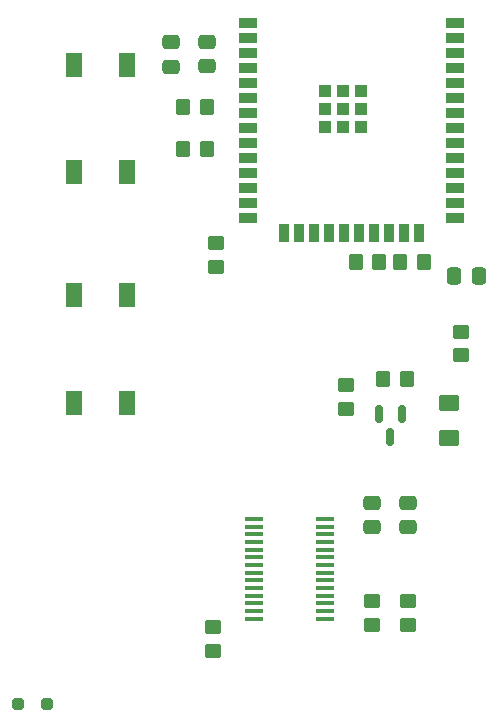
<source format=gtp>
G04 #@! TF.GenerationSoftware,KiCad,Pcbnew,8.0.5+dfsg-1*
G04 #@! TF.CreationDate,2025-08-13T00:48:15+00:00*
G04 #@! TF.ProjectId,telescope,74656c65-7363-46f7-9065-2e6b69636164,rev?*
G04 #@! TF.SameCoordinates,Original*
G04 #@! TF.FileFunction,Paste,Top*
G04 #@! TF.FilePolarity,Positive*
%FSLAX46Y46*%
G04 Gerber Fmt 4.6, Leading zero omitted, Abs format (unit mm)*
G04 Created by KiCad (PCBNEW 8.0.5+dfsg-1) date 2025-08-13 00:48:15*
%MOMM*%
%LPD*%
G01*
G04 APERTURE LIST*
G04 Aperture macros list*
%AMRoundRect*
0 Rectangle with rounded corners*
0 $1 Rounding radius*
0 $2 $3 $4 $5 $6 $7 $8 $9 X,Y pos of 4 corners*
0 Add a 4 corners polygon primitive as box body*
4,1,4,$2,$3,$4,$5,$6,$7,$8,$9,$2,$3,0*
0 Add four circle primitives for the rounded corners*
1,1,$1+$1,$2,$3*
1,1,$1+$1,$4,$5*
1,1,$1+$1,$6,$7*
1,1,$1+$1,$8,$9*
0 Add four rect primitives between the rounded corners*
20,1,$1+$1,$2,$3,$4,$5,0*
20,1,$1+$1,$4,$5,$6,$7,0*
20,1,$1+$1,$6,$7,$8,$9,0*
20,1,$1+$1,$8,$9,$2,$3,0*%
G04 Aperture macros list end*
%ADD10RoundRect,0.250000X0.450000X-0.350000X0.450000X0.350000X-0.450000X0.350000X-0.450000X-0.350000X0*%
%ADD11RoundRect,0.250000X0.475000X-0.337500X0.475000X0.337500X-0.475000X0.337500X-0.475000X-0.337500X0*%
%ADD12RoundRect,0.250000X-0.350000X-0.450000X0.350000X-0.450000X0.350000X0.450000X-0.350000X0.450000X0*%
%ADD13R,1.400000X2.100000*%
%ADD14RoundRect,0.250000X0.337500X0.475000X-0.337500X0.475000X-0.337500X-0.475000X0.337500X-0.475000X0*%
%ADD15R,1.500000X0.900000*%
%ADD16R,0.900000X1.500000*%
%ADD17R,1.050000X1.050000*%
%ADD18RoundRect,0.250000X-0.450000X0.350000X-0.450000X-0.350000X0.450000X-0.350000X0.450000X0.350000X0*%
%ADD19RoundRect,0.250001X0.624999X-0.462499X0.624999X0.462499X-0.624999X0.462499X-0.624999X-0.462499X0*%
%ADD20R,1.511300X0.355600*%
%ADD21RoundRect,0.150000X-0.150000X0.587500X-0.150000X-0.587500X0.150000X-0.587500X0.150000X0.587500X0*%
%ADD22RoundRect,0.250000X-0.250000X-0.250000X0.250000X-0.250000X0.250000X0.250000X-0.250000X0.250000X0*%
G04 APERTURE END LIST*
D10*
X210500000Y-134500000D03*
X210500000Y-132500000D03*
D11*
X227000000Y-124037500D03*
X227000000Y-121962500D03*
D12*
X224949000Y-111506000D03*
X226949000Y-111506000D03*
X208000000Y-92000000D03*
X210000000Y-92000000D03*
D13*
X198750000Y-113500000D03*
X198750000Y-104400000D03*
X203250000Y-113500000D03*
X203250000Y-104400000D03*
D12*
X222600000Y-101600000D03*
X224600000Y-101600000D03*
D14*
X233037500Y-102750000D03*
X230962500Y-102750000D03*
D11*
X224000000Y-124037500D03*
X224000000Y-121962500D03*
D15*
X213500000Y-81340000D03*
X213500000Y-82610000D03*
X213500000Y-83880000D03*
X213500000Y-85150000D03*
X213500000Y-86420000D03*
X213500000Y-87690000D03*
X213500000Y-88960000D03*
X213500000Y-90230000D03*
X213500000Y-91500000D03*
X213500000Y-92770000D03*
X213500000Y-94040000D03*
X213500000Y-95310000D03*
X213500000Y-96580000D03*
X213500000Y-97850000D03*
D16*
X216540000Y-99100000D03*
X217810000Y-99100000D03*
X219080000Y-99100000D03*
X220350000Y-99100000D03*
X221620000Y-99100000D03*
X222890000Y-99100000D03*
X224160000Y-99100000D03*
X225430000Y-99100000D03*
X226700000Y-99100000D03*
X227970000Y-99100000D03*
D15*
X231000000Y-97850000D03*
X231000000Y-96580000D03*
X231000000Y-95310000D03*
X231000000Y-94040000D03*
X231000000Y-92770000D03*
X231000000Y-91500000D03*
X231000000Y-90230000D03*
X231000000Y-88960000D03*
X231000000Y-87690000D03*
X231000000Y-86420000D03*
X231000000Y-85150000D03*
X231000000Y-83880000D03*
X231000000Y-82610000D03*
X231000000Y-81340000D03*
D17*
X220045000Y-87155000D03*
X220045000Y-88680000D03*
X220045000Y-90205000D03*
X221570000Y-87155000D03*
X221570000Y-88680000D03*
X221570000Y-90205000D03*
X223095000Y-87155000D03*
X223095000Y-88680000D03*
X223095000Y-90205000D03*
D18*
X210750000Y-100000000D03*
X210750000Y-102000000D03*
D10*
X231500000Y-109500000D03*
X231500000Y-107500000D03*
D19*
X230500000Y-116487500D03*
X230500000Y-113512500D03*
D11*
X210000000Y-85037500D03*
X210000000Y-82962500D03*
D20*
X213992900Y-123350014D03*
X213992900Y-124000000D03*
X213992900Y-124649986D03*
X213992900Y-125299972D03*
X213992900Y-125949958D03*
X213992900Y-126599944D03*
X213992900Y-127249930D03*
X213992900Y-127899916D03*
X213992900Y-128549902D03*
X213992900Y-129199888D03*
X213992900Y-129849874D03*
X213992900Y-130499860D03*
X213992900Y-131149846D03*
X213992900Y-131799832D03*
X220000000Y-131799832D03*
X220000000Y-131149846D03*
X220000000Y-130499860D03*
X220000000Y-129849874D03*
X220000000Y-129199888D03*
X220000000Y-128549902D03*
X220000000Y-127899916D03*
X220000000Y-127249930D03*
X220000000Y-126599944D03*
X220000000Y-125949958D03*
X220000000Y-125299972D03*
X220000000Y-124649986D03*
X220000000Y-124000000D03*
X220000000Y-123350014D03*
D18*
X221750000Y-112000000D03*
X221750000Y-114000000D03*
D10*
X227000000Y-132299832D03*
X227000000Y-130299832D03*
X224000000Y-132299832D03*
X224000000Y-130299832D03*
D11*
X207000000Y-85075000D03*
X207000000Y-83000000D03*
D21*
X226500000Y-114500000D03*
X224600000Y-114500000D03*
X225550000Y-116375000D03*
D13*
X203250000Y-84900000D03*
X203250000Y-94000000D03*
X198750000Y-84900000D03*
X198750000Y-94000000D03*
D12*
X208000000Y-88500000D03*
X210000000Y-88500000D03*
X226400000Y-101600000D03*
X228400000Y-101600000D03*
D22*
X194000000Y-139000000D03*
X196500000Y-139000000D03*
M02*

</source>
